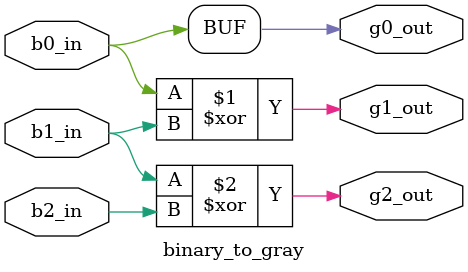
<source format=v>
`timescale 1ns / 1ps


module binary_to_gray(
input b0_in ,
input b1_in,
input b2_in,
output g0_out,
output g1_out,
output g2_out
    );
    
  assign g0_out =b0_in;
  assign g1_out =(b0_in ^  b1_in); 
  assign g2_out =(b1_in ^  b2_in); 
endmodule

</source>
